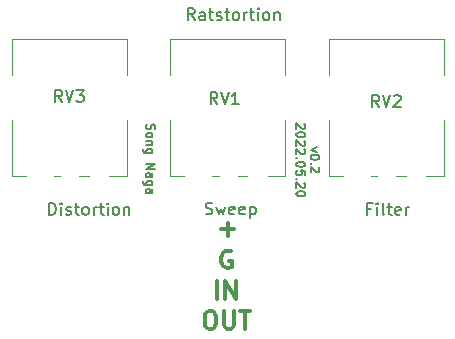
<source format=gbr>
%TF.GenerationSoftware,KiCad,Pcbnew,(6.0.1)*%
%TF.CreationDate,2022-05-20T14:02:09-07:00*%
%TF.ProjectId,ratt-rounded,72617474-2d72-46f7-956e-6465642e6b69,rev?*%
%TF.SameCoordinates,Original*%
%TF.FileFunction,Legend,Top*%
%TF.FilePolarity,Positive*%
%FSLAX46Y46*%
G04 Gerber Fmt 4.6, Leading zero omitted, Abs format (unit mm)*
G04 Created by KiCad (PCBNEW (6.0.1)) date 2022-05-20 14:02:09*
%MOMM*%
%LPD*%
G01*
G04 APERTURE LIST*
%ADD10C,0.150000*%
%ADD11C,0.375000*%
%ADD12C,0.187500*%
%ADD13C,0.120000*%
G04 APERTURE END LIST*
D10*
X33735952Y-43204761D02*
X33878809Y-43252380D01*
X34116904Y-43252380D01*
X34212142Y-43204761D01*
X34259761Y-43157142D01*
X34307380Y-43061904D01*
X34307380Y-42966666D01*
X34259761Y-42871428D01*
X34212142Y-42823809D01*
X34116904Y-42776190D01*
X33926428Y-42728571D01*
X33831190Y-42680952D01*
X33783571Y-42633333D01*
X33735952Y-42538095D01*
X33735952Y-42442857D01*
X33783571Y-42347619D01*
X33831190Y-42300000D01*
X33926428Y-42252380D01*
X34164523Y-42252380D01*
X34307380Y-42300000D01*
X34640714Y-42585714D02*
X34831190Y-43252380D01*
X35021666Y-42776190D01*
X35212142Y-43252380D01*
X35402619Y-42585714D01*
X36164523Y-43204761D02*
X36069285Y-43252380D01*
X35878809Y-43252380D01*
X35783571Y-43204761D01*
X35735952Y-43109523D01*
X35735952Y-42728571D01*
X35783571Y-42633333D01*
X35878809Y-42585714D01*
X36069285Y-42585714D01*
X36164523Y-42633333D01*
X36212142Y-42728571D01*
X36212142Y-42823809D01*
X35735952Y-42919047D01*
X37021666Y-43204761D02*
X36926428Y-43252380D01*
X36735952Y-43252380D01*
X36640714Y-43204761D01*
X36593095Y-43109523D01*
X36593095Y-42728571D01*
X36640714Y-42633333D01*
X36735952Y-42585714D01*
X36926428Y-42585714D01*
X37021666Y-42633333D01*
X37069285Y-42728571D01*
X37069285Y-42823809D01*
X36593095Y-42919047D01*
X37497857Y-42585714D02*
X37497857Y-43585714D01*
X37497857Y-42633333D02*
X37593095Y-42585714D01*
X37783571Y-42585714D01*
X37878809Y-42633333D01*
X37926428Y-42680952D01*
X37974047Y-42776190D01*
X37974047Y-43061904D01*
X37926428Y-43157142D01*
X37878809Y-43204761D01*
X37783571Y-43252380D01*
X37593095Y-43252380D01*
X37497857Y-43204761D01*
X20484047Y-43282380D02*
X20484047Y-42282380D01*
X20722142Y-42282380D01*
X20865000Y-42330000D01*
X20960238Y-42425238D01*
X21007857Y-42520476D01*
X21055476Y-42710952D01*
X21055476Y-42853809D01*
X21007857Y-43044285D01*
X20960238Y-43139523D01*
X20865000Y-43234761D01*
X20722142Y-43282380D01*
X20484047Y-43282380D01*
X21484047Y-43282380D02*
X21484047Y-42615714D01*
X21484047Y-42282380D02*
X21436428Y-42330000D01*
X21484047Y-42377619D01*
X21531666Y-42330000D01*
X21484047Y-42282380D01*
X21484047Y-42377619D01*
X21912619Y-43234761D02*
X22007857Y-43282380D01*
X22198333Y-43282380D01*
X22293571Y-43234761D01*
X22341190Y-43139523D01*
X22341190Y-43091904D01*
X22293571Y-42996666D01*
X22198333Y-42949047D01*
X22055476Y-42949047D01*
X21960238Y-42901428D01*
X21912619Y-42806190D01*
X21912619Y-42758571D01*
X21960238Y-42663333D01*
X22055476Y-42615714D01*
X22198333Y-42615714D01*
X22293571Y-42663333D01*
X22626904Y-42615714D02*
X23007857Y-42615714D01*
X22769761Y-42282380D02*
X22769761Y-43139523D01*
X22817380Y-43234761D01*
X22912619Y-43282380D01*
X23007857Y-43282380D01*
X23484047Y-43282380D02*
X23388809Y-43234761D01*
X23341190Y-43187142D01*
X23293571Y-43091904D01*
X23293571Y-42806190D01*
X23341190Y-42710952D01*
X23388809Y-42663333D01*
X23484047Y-42615714D01*
X23626904Y-42615714D01*
X23722142Y-42663333D01*
X23769761Y-42710952D01*
X23817380Y-42806190D01*
X23817380Y-43091904D01*
X23769761Y-43187142D01*
X23722142Y-43234761D01*
X23626904Y-43282380D01*
X23484047Y-43282380D01*
X24245952Y-43282380D02*
X24245952Y-42615714D01*
X24245952Y-42806190D02*
X24293571Y-42710952D01*
X24341190Y-42663333D01*
X24436428Y-42615714D01*
X24531666Y-42615714D01*
X24722142Y-42615714D02*
X25103095Y-42615714D01*
X24865000Y-42282380D02*
X24865000Y-43139523D01*
X24912619Y-43234761D01*
X25007857Y-43282380D01*
X25103095Y-43282380D01*
X25436428Y-43282380D02*
X25436428Y-42615714D01*
X25436428Y-42282380D02*
X25388809Y-42330000D01*
X25436428Y-42377619D01*
X25484047Y-42330000D01*
X25436428Y-42282380D01*
X25436428Y-42377619D01*
X26055476Y-43282380D02*
X25960238Y-43234761D01*
X25912619Y-43187142D01*
X25865000Y-43091904D01*
X25865000Y-42806190D01*
X25912619Y-42710952D01*
X25960238Y-42663333D01*
X26055476Y-42615714D01*
X26198333Y-42615714D01*
X26293571Y-42663333D01*
X26341190Y-42710952D01*
X26388809Y-42806190D01*
X26388809Y-43091904D01*
X26341190Y-43187142D01*
X26293571Y-43234761D01*
X26198333Y-43282380D01*
X26055476Y-43282380D01*
X26817380Y-42615714D02*
X26817380Y-43282380D01*
X26817380Y-42710952D02*
X26865000Y-42663333D01*
X26960238Y-42615714D01*
X27103095Y-42615714D01*
X27198333Y-42663333D01*
X27245952Y-42758571D01*
X27245952Y-43282380D01*
X47714047Y-42758571D02*
X47380714Y-42758571D01*
X47380714Y-43282380D02*
X47380714Y-42282380D01*
X47856904Y-42282380D01*
X48237857Y-43282380D02*
X48237857Y-42615714D01*
X48237857Y-42282380D02*
X48190238Y-42330000D01*
X48237857Y-42377619D01*
X48285476Y-42330000D01*
X48237857Y-42282380D01*
X48237857Y-42377619D01*
X48856904Y-43282380D02*
X48761666Y-43234761D01*
X48714047Y-43139523D01*
X48714047Y-42282380D01*
X49095000Y-42615714D02*
X49475952Y-42615714D01*
X49237857Y-42282380D02*
X49237857Y-43139523D01*
X49285476Y-43234761D01*
X49380714Y-43282380D01*
X49475952Y-43282380D01*
X50190238Y-43234761D02*
X50095000Y-43282380D01*
X49904523Y-43282380D01*
X49809285Y-43234761D01*
X49761666Y-43139523D01*
X49761666Y-42758571D01*
X49809285Y-42663333D01*
X49904523Y-42615714D01*
X50095000Y-42615714D01*
X50190238Y-42663333D01*
X50237857Y-42758571D01*
X50237857Y-42853809D01*
X49761666Y-42949047D01*
X50666428Y-43282380D02*
X50666428Y-42615714D01*
X50666428Y-42806190D02*
X50714047Y-42710952D01*
X50761666Y-42663333D01*
X50856904Y-42615714D01*
X50952142Y-42615714D01*
X32790476Y-26802380D02*
X32457142Y-26326190D01*
X32219047Y-26802380D02*
X32219047Y-25802380D01*
X32600000Y-25802380D01*
X32695238Y-25850000D01*
X32742857Y-25897619D01*
X32790476Y-25992857D01*
X32790476Y-26135714D01*
X32742857Y-26230952D01*
X32695238Y-26278571D01*
X32600000Y-26326190D01*
X32219047Y-26326190D01*
X33647619Y-26802380D02*
X33647619Y-26278571D01*
X33600000Y-26183333D01*
X33504761Y-26135714D01*
X33314285Y-26135714D01*
X33219047Y-26183333D01*
X33647619Y-26754761D02*
X33552380Y-26802380D01*
X33314285Y-26802380D01*
X33219047Y-26754761D01*
X33171428Y-26659523D01*
X33171428Y-26564285D01*
X33219047Y-26469047D01*
X33314285Y-26421428D01*
X33552380Y-26421428D01*
X33647619Y-26373809D01*
X33980952Y-26135714D02*
X34361904Y-26135714D01*
X34123809Y-25802380D02*
X34123809Y-26659523D01*
X34171428Y-26754761D01*
X34266666Y-26802380D01*
X34361904Y-26802380D01*
X34647619Y-26754761D02*
X34742857Y-26802380D01*
X34933333Y-26802380D01*
X35028571Y-26754761D01*
X35076190Y-26659523D01*
X35076190Y-26611904D01*
X35028571Y-26516666D01*
X34933333Y-26469047D01*
X34790476Y-26469047D01*
X34695238Y-26421428D01*
X34647619Y-26326190D01*
X34647619Y-26278571D01*
X34695238Y-26183333D01*
X34790476Y-26135714D01*
X34933333Y-26135714D01*
X35028571Y-26183333D01*
X35361904Y-26135714D02*
X35742857Y-26135714D01*
X35504761Y-25802380D02*
X35504761Y-26659523D01*
X35552380Y-26754761D01*
X35647619Y-26802380D01*
X35742857Y-26802380D01*
X36219047Y-26802380D02*
X36123809Y-26754761D01*
X36076190Y-26707142D01*
X36028571Y-26611904D01*
X36028571Y-26326190D01*
X36076190Y-26230952D01*
X36123809Y-26183333D01*
X36219047Y-26135714D01*
X36361904Y-26135714D01*
X36457142Y-26183333D01*
X36504761Y-26230952D01*
X36552380Y-26326190D01*
X36552380Y-26611904D01*
X36504761Y-26707142D01*
X36457142Y-26754761D01*
X36361904Y-26802380D01*
X36219047Y-26802380D01*
X36980952Y-26802380D02*
X36980952Y-26135714D01*
X36980952Y-26326190D02*
X37028571Y-26230952D01*
X37076190Y-26183333D01*
X37171428Y-26135714D01*
X37266666Y-26135714D01*
X37457142Y-26135714D02*
X37838095Y-26135714D01*
X37600000Y-25802380D02*
X37600000Y-26659523D01*
X37647619Y-26754761D01*
X37742857Y-26802380D01*
X37838095Y-26802380D01*
X38171428Y-26802380D02*
X38171428Y-26135714D01*
X38171428Y-25802380D02*
X38123809Y-25850000D01*
X38171428Y-25897619D01*
X38219047Y-25850000D01*
X38171428Y-25802380D01*
X38171428Y-25897619D01*
X38790476Y-26802380D02*
X38695238Y-26754761D01*
X38647619Y-26707142D01*
X38600000Y-26611904D01*
X38600000Y-26326190D01*
X38647619Y-26230952D01*
X38695238Y-26183333D01*
X38790476Y-26135714D01*
X38933333Y-26135714D01*
X39028571Y-26183333D01*
X39076190Y-26230952D01*
X39123809Y-26326190D01*
X39123809Y-26611904D01*
X39076190Y-26707142D01*
X39028571Y-26754761D01*
X38933333Y-26802380D01*
X38790476Y-26802380D01*
X39552380Y-26135714D02*
X39552380Y-26802380D01*
X39552380Y-26230952D02*
X39600000Y-26183333D01*
X39695238Y-26135714D01*
X39838095Y-26135714D01*
X39933333Y-26183333D01*
X39980952Y-26278571D01*
X39980952Y-26802380D01*
D11*
X34690000Y-50388571D02*
X34690000Y-48888571D01*
X35404286Y-50388571D02*
X35404286Y-48888571D01*
X36261429Y-50388571D01*
X36261429Y-48888571D01*
D10*
X28746428Y-35621428D02*
X28710714Y-35728571D01*
X28710714Y-35907142D01*
X28746428Y-35978571D01*
X28782142Y-36014285D01*
X28853571Y-36050000D01*
X28925000Y-36050000D01*
X28996428Y-36014285D01*
X29032142Y-35978571D01*
X29067857Y-35907142D01*
X29103571Y-35764285D01*
X29139285Y-35692857D01*
X29175000Y-35657142D01*
X29246428Y-35621428D01*
X29317857Y-35621428D01*
X29389285Y-35657142D01*
X29425000Y-35692857D01*
X29460714Y-35764285D01*
X29460714Y-35942857D01*
X29425000Y-36050000D01*
X28710714Y-36478571D02*
X28746428Y-36407142D01*
X28782142Y-36371428D01*
X28853571Y-36335714D01*
X29067857Y-36335714D01*
X29139285Y-36371428D01*
X29175000Y-36407142D01*
X29210714Y-36478571D01*
X29210714Y-36585714D01*
X29175000Y-36657142D01*
X29139285Y-36692857D01*
X29067857Y-36728571D01*
X28853571Y-36728571D01*
X28782142Y-36692857D01*
X28746428Y-36657142D01*
X28710714Y-36585714D01*
X28710714Y-36478571D01*
X29210714Y-37050000D02*
X28710714Y-37050000D01*
X29139285Y-37050000D02*
X29175000Y-37085714D01*
X29210714Y-37157142D01*
X29210714Y-37264285D01*
X29175000Y-37335714D01*
X29103571Y-37371428D01*
X28710714Y-37371428D01*
X29210714Y-38050000D02*
X28603571Y-38050000D01*
X28532142Y-38014285D01*
X28496428Y-37978571D01*
X28460714Y-37907142D01*
X28460714Y-37800000D01*
X28496428Y-37728571D01*
X28746428Y-38050000D02*
X28710714Y-37978571D01*
X28710714Y-37835714D01*
X28746428Y-37764285D01*
X28782142Y-37728571D01*
X28853571Y-37692857D01*
X29067857Y-37692857D01*
X29139285Y-37728571D01*
X29175000Y-37764285D01*
X29210714Y-37835714D01*
X29210714Y-37978571D01*
X29175000Y-38050000D01*
X28710714Y-38978571D02*
X29460714Y-38978571D01*
X28710714Y-39407142D01*
X29460714Y-39407142D01*
X28710714Y-40085714D02*
X29103571Y-40085714D01*
X29175000Y-40050000D01*
X29210714Y-39978571D01*
X29210714Y-39835714D01*
X29175000Y-39764285D01*
X28746428Y-40085714D02*
X28710714Y-40014285D01*
X28710714Y-39835714D01*
X28746428Y-39764285D01*
X28817857Y-39728571D01*
X28889285Y-39728571D01*
X28960714Y-39764285D01*
X28996428Y-39835714D01*
X28996428Y-40014285D01*
X29032142Y-40085714D01*
X29210714Y-40764285D02*
X28603571Y-40764285D01*
X28532142Y-40728571D01*
X28496428Y-40692857D01*
X28460714Y-40621428D01*
X28460714Y-40514285D01*
X28496428Y-40442857D01*
X28746428Y-40764285D02*
X28710714Y-40692857D01*
X28710714Y-40550000D01*
X28746428Y-40478571D01*
X28782142Y-40442857D01*
X28853571Y-40407142D01*
X29067857Y-40407142D01*
X29139285Y-40442857D01*
X29175000Y-40478571D01*
X29210714Y-40550000D01*
X29210714Y-40692857D01*
X29175000Y-40764285D01*
X28710714Y-41442857D02*
X29103571Y-41442857D01*
X29175000Y-41407142D01*
X29210714Y-41335714D01*
X29210714Y-41192857D01*
X29175000Y-41121428D01*
X28746428Y-41442857D02*
X28710714Y-41371428D01*
X28710714Y-41192857D01*
X28746428Y-41121428D01*
X28817857Y-41085714D01*
X28889285Y-41085714D01*
X28960714Y-41121428D01*
X28996428Y-41192857D01*
X28996428Y-41371428D01*
X29032142Y-41442857D01*
D11*
X35023333Y-44517142D02*
X36166190Y-44517142D01*
X35594762Y-45088571D02*
X35594762Y-43945714D01*
X33990000Y-51428571D02*
X34275714Y-51428571D01*
X34418571Y-51500000D01*
X34561428Y-51642857D01*
X34632857Y-51928571D01*
X34632857Y-52428571D01*
X34561428Y-52714285D01*
X34418571Y-52857142D01*
X34275714Y-52928571D01*
X33990000Y-52928571D01*
X33847142Y-52857142D01*
X33704285Y-52714285D01*
X33632857Y-52428571D01*
X33632857Y-51928571D01*
X33704285Y-51642857D01*
X33847142Y-51500000D01*
X33990000Y-51428571D01*
X35275714Y-51428571D02*
X35275714Y-52642857D01*
X35347142Y-52785714D01*
X35418571Y-52857142D01*
X35561428Y-52928571D01*
X35847142Y-52928571D01*
X35990000Y-52857142D01*
X36061428Y-52785714D01*
X36132857Y-52642857D01*
X36132857Y-51428571D01*
X36632857Y-51428571D02*
X37490000Y-51428571D01*
X37061428Y-52928571D02*
X37061428Y-51428571D01*
D12*
X43114464Y-37578571D02*
X42614464Y-37757142D01*
X43114464Y-37935714D01*
X43364464Y-38364285D02*
X43364464Y-38435714D01*
X43328750Y-38507142D01*
X43293035Y-38542857D01*
X43221607Y-38578571D01*
X43078750Y-38614285D01*
X42900178Y-38614285D01*
X42757321Y-38578571D01*
X42685892Y-38542857D01*
X42650178Y-38507142D01*
X42614464Y-38435714D01*
X42614464Y-38364285D01*
X42650178Y-38292857D01*
X42685892Y-38257142D01*
X42757321Y-38221428D01*
X42900178Y-38185714D01*
X43078750Y-38185714D01*
X43221607Y-38221428D01*
X43293035Y-38257142D01*
X43328750Y-38292857D01*
X43364464Y-38364285D01*
X42685892Y-38935714D02*
X42650178Y-38971428D01*
X42614464Y-38935714D01*
X42650178Y-38900000D01*
X42685892Y-38935714D01*
X42614464Y-38935714D01*
X43293035Y-39257142D02*
X43328750Y-39292857D01*
X43364464Y-39364285D01*
X43364464Y-39542857D01*
X43328750Y-39614285D01*
X43293035Y-39650000D01*
X43221607Y-39685714D01*
X43150178Y-39685714D01*
X43043035Y-39650000D01*
X42614464Y-39221428D01*
X42614464Y-39685714D01*
X42085535Y-35578571D02*
X42121250Y-35614285D01*
X42156964Y-35685714D01*
X42156964Y-35864285D01*
X42121250Y-35935714D01*
X42085535Y-35971428D01*
X42014107Y-36007142D01*
X41942678Y-36007142D01*
X41835535Y-35971428D01*
X41406964Y-35542857D01*
X41406964Y-36007142D01*
X42156964Y-36471428D02*
X42156964Y-36542857D01*
X42121250Y-36614285D01*
X42085535Y-36650000D01*
X42014107Y-36685714D01*
X41871250Y-36721428D01*
X41692678Y-36721428D01*
X41549821Y-36685714D01*
X41478392Y-36650000D01*
X41442678Y-36614285D01*
X41406964Y-36542857D01*
X41406964Y-36471428D01*
X41442678Y-36400000D01*
X41478392Y-36364285D01*
X41549821Y-36328571D01*
X41692678Y-36292857D01*
X41871250Y-36292857D01*
X42014107Y-36328571D01*
X42085535Y-36364285D01*
X42121250Y-36400000D01*
X42156964Y-36471428D01*
X42085535Y-37007142D02*
X42121250Y-37042857D01*
X42156964Y-37114285D01*
X42156964Y-37292857D01*
X42121250Y-37364285D01*
X42085535Y-37400000D01*
X42014107Y-37435714D01*
X41942678Y-37435714D01*
X41835535Y-37400000D01*
X41406964Y-36971428D01*
X41406964Y-37435714D01*
X42085535Y-37721428D02*
X42121250Y-37757142D01*
X42156964Y-37828571D01*
X42156964Y-38007142D01*
X42121250Y-38078571D01*
X42085535Y-38114285D01*
X42014107Y-38150000D01*
X41942678Y-38150000D01*
X41835535Y-38114285D01*
X41406964Y-37685714D01*
X41406964Y-38150000D01*
X41478392Y-38471428D02*
X41442678Y-38507142D01*
X41406964Y-38471428D01*
X41442678Y-38435714D01*
X41478392Y-38471428D01*
X41406964Y-38471428D01*
X42156964Y-38971428D02*
X42156964Y-39042857D01*
X42121250Y-39114285D01*
X42085535Y-39150000D01*
X42014107Y-39185714D01*
X41871250Y-39221428D01*
X41692678Y-39221428D01*
X41549821Y-39185714D01*
X41478392Y-39150000D01*
X41442678Y-39114285D01*
X41406964Y-39042857D01*
X41406964Y-38971428D01*
X41442678Y-38900000D01*
X41478392Y-38864285D01*
X41549821Y-38828571D01*
X41692678Y-38792857D01*
X41871250Y-38792857D01*
X42014107Y-38828571D01*
X42085535Y-38864285D01*
X42121250Y-38900000D01*
X42156964Y-38971428D01*
X42156964Y-39900000D02*
X42156964Y-39542857D01*
X41799821Y-39507142D01*
X41835535Y-39542857D01*
X41871250Y-39614285D01*
X41871250Y-39792857D01*
X41835535Y-39864285D01*
X41799821Y-39900000D01*
X41728392Y-39935714D01*
X41549821Y-39935714D01*
X41478392Y-39900000D01*
X41442678Y-39864285D01*
X41406964Y-39792857D01*
X41406964Y-39614285D01*
X41442678Y-39542857D01*
X41478392Y-39507142D01*
X41478392Y-40257142D02*
X41442678Y-40292857D01*
X41406964Y-40257142D01*
X41442678Y-40221428D01*
X41478392Y-40257142D01*
X41406964Y-40257142D01*
X42085535Y-40578571D02*
X42121250Y-40614285D01*
X42156964Y-40685714D01*
X42156964Y-40864285D01*
X42121250Y-40935714D01*
X42085535Y-40971428D01*
X42014107Y-41007142D01*
X41942678Y-41007142D01*
X41835535Y-40971428D01*
X41406964Y-40542857D01*
X41406964Y-41007142D01*
X42156964Y-41471428D02*
X42156964Y-41542857D01*
X42121250Y-41614285D01*
X42085535Y-41650000D01*
X42014107Y-41685714D01*
X41871250Y-41721428D01*
X41692678Y-41721428D01*
X41549821Y-41685714D01*
X41478392Y-41650000D01*
X41442678Y-41614285D01*
X41406964Y-41542857D01*
X41406964Y-41471428D01*
X41442678Y-41400000D01*
X41478392Y-41364285D01*
X41549821Y-41328571D01*
X41692678Y-41292857D01*
X41871250Y-41292857D01*
X42014107Y-41328571D01*
X42085535Y-41364285D01*
X42121250Y-41400000D01*
X42156964Y-41471428D01*
D11*
X35906667Y-46380000D02*
X35763810Y-46308571D01*
X35549524Y-46308571D01*
X35335238Y-46380000D01*
X35192381Y-46522857D01*
X35120952Y-46665714D01*
X35049524Y-46951428D01*
X35049524Y-47165714D01*
X35120952Y-47451428D01*
X35192381Y-47594285D01*
X35335238Y-47737142D01*
X35549524Y-47808571D01*
X35692381Y-47808571D01*
X35906667Y-47737142D01*
X35978095Y-47665714D01*
X35978095Y-47165714D01*
X35692381Y-47165714D01*
D10*
%TO.C,RV1*%
X34724761Y-33912380D02*
X34391428Y-33436190D01*
X34153333Y-33912380D02*
X34153333Y-32912380D01*
X34534285Y-32912380D01*
X34629523Y-32960000D01*
X34677142Y-33007619D01*
X34724761Y-33102857D01*
X34724761Y-33245714D01*
X34677142Y-33340952D01*
X34629523Y-33388571D01*
X34534285Y-33436190D01*
X34153333Y-33436190D01*
X35010476Y-32912380D02*
X35343809Y-33912380D01*
X35677142Y-32912380D01*
X36534285Y-33912380D02*
X35962857Y-33912380D01*
X36248571Y-33912380D02*
X36248571Y-32912380D01*
X36153333Y-33055238D01*
X36058095Y-33150476D01*
X35962857Y-33198095D01*
%TO.C,RV2*%
X48419761Y-34162380D02*
X48086428Y-33686190D01*
X47848333Y-34162380D02*
X47848333Y-33162380D01*
X48229285Y-33162380D01*
X48324523Y-33210000D01*
X48372142Y-33257619D01*
X48419761Y-33352857D01*
X48419761Y-33495714D01*
X48372142Y-33590952D01*
X48324523Y-33638571D01*
X48229285Y-33686190D01*
X47848333Y-33686190D01*
X48705476Y-33162380D02*
X49038809Y-34162380D01*
X49372142Y-33162380D01*
X49657857Y-33257619D02*
X49705476Y-33210000D01*
X49800714Y-33162380D01*
X50038809Y-33162380D01*
X50134047Y-33210000D01*
X50181666Y-33257619D01*
X50229285Y-33352857D01*
X50229285Y-33448095D01*
X50181666Y-33590952D01*
X49610238Y-34162380D01*
X50229285Y-34162380D01*
%TO.C,RV3*%
X21579761Y-33732380D02*
X21246428Y-33256190D01*
X21008333Y-33732380D02*
X21008333Y-32732380D01*
X21389285Y-32732380D01*
X21484523Y-32780000D01*
X21532142Y-32827619D01*
X21579761Y-32922857D01*
X21579761Y-33065714D01*
X21532142Y-33160952D01*
X21484523Y-33208571D01*
X21389285Y-33256190D01*
X21008333Y-33256190D01*
X21865476Y-32732380D02*
X22198809Y-33732380D01*
X22532142Y-32732380D01*
X22770238Y-32732380D02*
X23389285Y-32732380D01*
X23055952Y-33113333D01*
X23198809Y-33113333D01*
X23294047Y-33160952D01*
X23341666Y-33208571D01*
X23389285Y-33303809D01*
X23389285Y-33541904D01*
X23341666Y-33637142D01*
X23294047Y-33684761D01*
X23198809Y-33732380D01*
X22913095Y-33732380D01*
X22817857Y-33684761D01*
X22770238Y-33637142D01*
D13*
%TO.C,RV1*%
X40480000Y-39970000D02*
X38990000Y-39970000D01*
X40480000Y-39970000D02*
X40480000Y-35250000D01*
X40480000Y-28380000D02*
X30740000Y-28380000D01*
X40480000Y-31440000D02*
X40480000Y-28380000D01*
X30740000Y-31440000D02*
X30740000Y-28380000D01*
X34820000Y-39970000D02*
X34290000Y-39970000D01*
X31920000Y-39970000D02*
X30740000Y-39970000D01*
X30730000Y-39970000D02*
X30730000Y-35250000D01*
X37270000Y-39970000D02*
X36440000Y-39970000D01*
%TO.C,RV2*%
X44135000Y-39970000D02*
X44135000Y-35250000D01*
X53885000Y-28380000D02*
X44145000Y-28380000D01*
X45325000Y-39970000D02*
X44145000Y-39970000D01*
X48225000Y-39970000D02*
X47695000Y-39970000D01*
X53885000Y-39970000D02*
X53885000Y-35250000D01*
X44145000Y-31440000D02*
X44145000Y-28380000D01*
X53885000Y-39970000D02*
X52395000Y-39970000D01*
X50675000Y-39970000D02*
X49845000Y-39970000D01*
X53885000Y-31440000D02*
X53885000Y-28380000D01*
%TO.C,RV3*%
X17295000Y-39970000D02*
X17295000Y-35250000D01*
X27045000Y-31440000D02*
X27045000Y-28380000D01*
X27045000Y-28380000D02*
X17305000Y-28380000D01*
X27045000Y-39970000D02*
X27045000Y-35250000D01*
X18485000Y-39970000D02*
X17305000Y-39970000D01*
X21385000Y-39970000D02*
X20855000Y-39970000D01*
X23835000Y-39970000D02*
X23005000Y-39970000D01*
X27045000Y-39970000D02*
X25555000Y-39970000D01*
X17305000Y-31440000D02*
X17305000Y-28380000D01*
%TD*%
M02*

</source>
